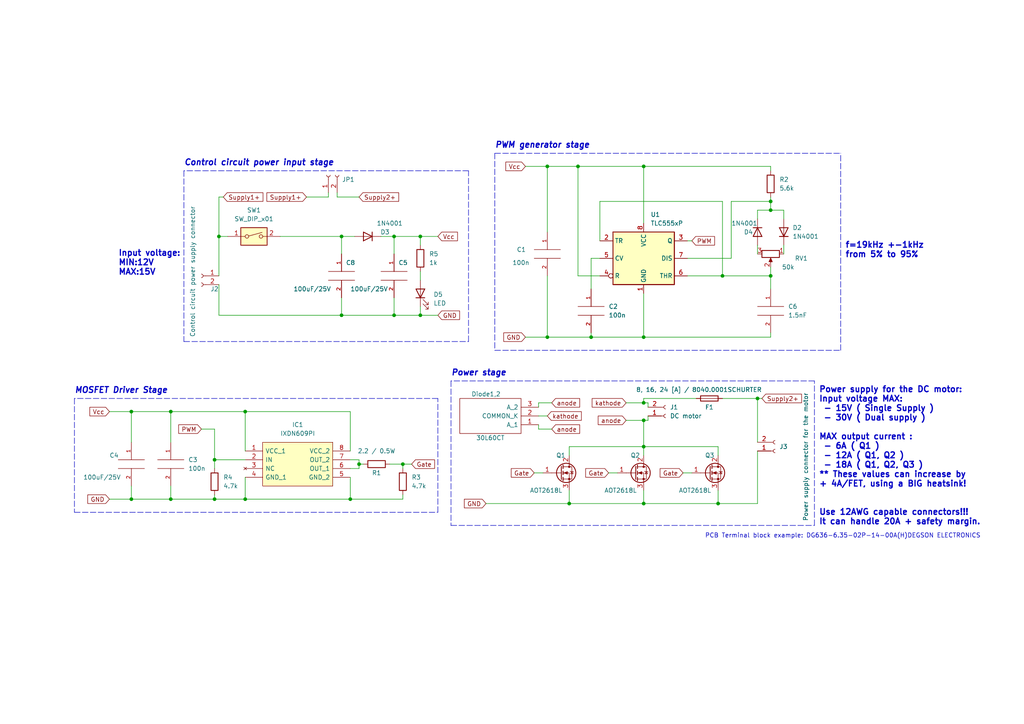
<source format=kicad_sch>
(kicad_sch (version 20211123) (generator eeschema)
  (paper "A4")
  (title_block (title "DC Motor Driver") (date "2022-11-10") (rev "3.0") (company "G.I.N."))
  (lib_symbols
    (symbol "Conn_01x02_Female_1" (pin_names (offset 1.016) hide)
      (property "Reference" "J1" (at 1.27 0 0))
      (property "Value" "Conn_01x02_Female_1" (at 1.27 -2.54 0))
      (symbol "Conn_01x02_Female_1_1_1"
        (arc (start 0 -2.032) (mid -0.508 -2.54) (end 0 -3.048) (stroke (width 0.1524)))
        (polyline (pts (xy -1.27 -2.54) (xy -0.508 -2.54)) (stroke (width 0.1524)))
        (polyline (pts (xy -1.27 0) (xy -0.508 0)) (stroke (width 0.1524)))
        (arc (start 0 0.508) (mid -0.508 0) (end 0 -0.508) (stroke (width 0.1524)))
        (pin passive line (at -5.08 -2.54 0) (length 3.81) (name "Pin_2") (number "1"))
        (pin passive line (at -5.08 0 0) (length 3.81) (name "Pin_1") (number "2"))
      )
    )
    (symbol "Conn_01x02_Female_2" (pin_names (offset 1.016) hide)
      (property "Reference" "J3" (at 1.27 -1.27 0))
      (property "Value" "Conn_01x02_Female_2" (at 8.89 -22.86 90))
      (symbol "Conn_01x02_Female_2_1_1"
        (arc (start 0 -2.032) (mid -0.508 -2.54) (end 0 -3.048) (stroke (width 0.1524)))
        (polyline (pts (xy -1.27 -2.54) (xy -0.508 -2.54)) (stroke (width 0.1524)))
        (polyline (pts (xy -1.27 0) (xy -0.508 0)) (stroke (width 0.1524)))
        (arc (start 0 0.508) (mid -0.508 0) (end 0 -0.508) (stroke (width 0.1524)))
        (pin passive line (at -5.08 -2.54 0) (length 3.81) (name "Pin_1") (number "1"))
        (pin passive line (at -5.08 0 0) (length 3.81) (name "Pin_2") (number "2"))
      )
    )
    (symbol "Conn_01x02_Female_3" (pin_names (offset 1.016) hide)
      (property "Reference" "J2" (at 2.54 6.35 0))
      (property "Value" "Conn_01x02_Female_3" (at 8.89 3.81 90))
      (symbol "Conn_01x02_Female_3_1_1"
        (arc (start 0 -2.032) (mid -0.508 -2.54) (end 0 -3.048) (stroke (width 0.1524)))
        (polyline (pts (xy -1.27 -2.54) (xy -0.508 -2.54)) (stroke (width 0.1524)))
        (polyline (pts (xy -1.27 0) (xy -0.508 0)) (stroke (width 0.1524)))
        (arc (start 0 0.508) (mid -0.508 0) (end 0 -0.508) (stroke (width 0.1524)))
        (pin passive line (at -5.08 -2.54 0) (length 3.81) (name "Pin_1") (number "1"))
        (pin passive line (at -5.08 0 0) (length 3.81) (name "Pin_2") (number "2"))
      )
    )
    (symbol "Connector:Conn_01x02_Female" (pin_names (offset 1.016) hide)
      (property "Reference" "J" (at 0 2.54 0))
      (property "Value" "Conn_01x02_Female" (at 0 -5.08 0))
      (symbol "Conn_01x02_Female_1_1"
        (arc (start 0 -2.032) (mid -0.508 -2.54) (end 0 -3.048) (stroke (width 0.1524)))
        (polyline (pts (xy -1.27 -2.54) (xy -0.508 -2.54)) (stroke (width 0.1524)))
        (polyline (pts (xy -1.27 0) (xy -0.508 0)) (stroke (width 0.1524)))
        (arc (start 0 0.508) (mid -0.508 0) (end 0 -0.508) (stroke (width 0.1524)))
        (pin passive line (at -5.08 0 0) (length 3.81) (name "Pin_1") (number "1"))
        (pin passive line (at -5.08 -2.54 0) (length 3.81) (name "Pin_2") (number "2"))
      )
    )
    (symbol "Device:Fuse" (pin_numbers hide) (pin_names (offset 0))
      (property "Reference" "F" (at 2.032 0 90))
      (property "Value" "Fuse" (at -1.905 0 90))
      (symbol "Fuse_0_1"
        (rectangle (start -0.762 -2.54) (end 0.762 2.54) (stroke (width 0.254)))
        (polyline (pts (xy 0 2.54) (xy 0 -2.54)))
      )
      (symbol "Fuse_1_1"
        (pin passive line (at 0 3.81 270) (length 1.27) (name "~") (number "1"))
        (pin passive line (at 0 -3.81 90) (length 1.27) (name "~") (number "2"))
      )
    )
    (symbol "Device:LED" (pin_numbers hide) (pin_names (offset 1.016) hide)
      (property "Reference" "D" (at 0 2.54 0))
      (property "Value" "LED" (at 0 -2.54 0))
      (symbol "LED_0_1"
        (polyline (pts (xy -1.27 -1.27) (xy -1.27 1.27)) (stroke (width 0.254)))
        (polyline (pts (xy -1.27 0) (xy 1.27 0)))
        (polyline (pts (xy 1.27 -1.27) (xy 1.27 1.27) (xy -1.27 0) (xy 1.27 -1.27)) (stroke (width 0.254)))
        (polyline (pts (xy -3.048 -0.762) (xy -4.572 -2.286) (xy -3.81 -2.286) (xy -4.572 -2.286) (xy -4.572 -1.524)))
        (polyline (pts (xy -1.778 -0.762) (xy -3.302 -2.286) (xy -2.54 -2.286) (xy -3.302 -2.286) (xy -3.302 -1.524)))
      )
      (symbol "LED_1_1"
        (pin passive line (at -3.81 0 0) (length 2.54) (name "K") (number "1"))
        (pin passive line (at 3.81 0 180) (length 2.54) (name "A") (number "2"))
      )
    )
    (symbol "Device:Q_NMOS_DGS" (pin_names (offset 0) hide)
      (property "Reference" "Q3" (at -1.27 5.08 0))
      (property "Value" "AOT2618L" (at -8.89 -5.08 0))
      (symbol "Q_NMOS_DGS_0_1"
        (polyline (pts (xy 0.254 0) (xy -2.54 0)))
        (polyline (pts (xy 0.254 1.905) (xy 0.254 -1.905)) (stroke (width 0.254)))
        (polyline (pts (xy 0.762 -1.27) (xy 0.762 -2.286)) (stroke (width 0.254)))
        (polyline (pts (xy 0.762 0.508) (xy 0.762 -0.508)) (stroke (width 0.254)))
        (polyline (pts (xy 0.762 2.286) (xy 0.762 1.27)) (stroke (width 0.254)))
        (polyline (pts (xy 2.54 2.54) (xy 2.54 1.778)))
        (polyline (pts (xy 2.54 -2.54) (xy 2.54 0) (xy 0.762 0)))
        (polyline (pts (xy 0.762 -1.778) (xy 3.302 -1.778) (xy 3.302 1.778) (xy 0.762 1.778)))
        (polyline (pts (xy 1.016 0) (xy 2.032 0.381) (xy 2.032 -0.381) (xy 1.016 0)) (fill (type outline)))
        (polyline (pts (xy 2.794 0.508) (xy 2.921 0.381) (xy 3.683 0.381) (xy 3.81 0.254)))
        (polyline (pts (xy 3.302 0.381) (xy 2.921 -0.254) (xy 3.683 -0.254) (xy 3.302 0.381)))
        (circle (center 1.651 0) (radius 2.794) (stroke (width 0.254)))
        (circle (center 2.54 -1.778) (radius 0.254) (fill (type outline)))
        (circle (center 2.54 1.778) (radius 0.254) (fill (type outline)))
      )
      (symbol "Q_NMOS_DGS_1_1"
        (pin input line (at -5.08 0 0) (length 2.54) (name "G") (number "1"))
        (pin passive line (at 2.54 5.08 270) (length 2.54) (name "D") (number "2"))
        (pin passive line (at 2.54 -5.08 90) (length 2.54) (name "S") (number "3"))
      )
    )
    (symbol "Device:R" (pin_numbers hide) (pin_names (offset 0))
      (property "Reference" "R" (at 2.032 0 90))
      (property "Value" "R" (at 0 0 90))
      (symbol "R_0_1"
        (rectangle (start -1.016 -2.54) (end 1.016 2.54) (stroke (width 0.254)))
      )
      (symbol "R_1_1"
        (pin passive line (at 0 3.81 270) (length 1.27) (name "~") (number "1"))
        (pin passive line (at 0 -3.81 90) (length 1.27) (name "~") (number "2"))
      )
    )
    (symbol "Device:R_Potentiometer" (pin_names (offset 1.016) hide)
      (property "Reference" "RV" (at -4.445 0 90))
      (property "Value" "R_Potentiometer" (at -2.54 0 90))
      (symbol "R_Potentiometer_0_1"
        (polyline (pts (xy 2.54 0) (xy 1.524 0)))
        (polyline (pts (xy 1.143 0) (xy 2.286 0.508) (xy 2.286 -0.508) (xy 1.143 0)) (fill (type outline)))
        (rectangle (start 1.016 2.54) (end -1.016 -2.54) (stroke (width 0.254)))
      )
      (symbol "R_Potentiometer_1_1"
        (pin passive line (at 0 3.81 270) (length 1.27) (name "1") (number "1"))
        (pin passive line (at 3.81 0 180) (length 1.27) (name "2") (number "2"))
        (pin passive line (at 0 -3.81 90) (length 1.27) (name "3") (number "3"))
      )
    )
    (symbol "Diode:1N4001" (pin_numbers hide) (pin_names hide)
      (property "Reference" "D" (at 0 2.54 0))
      (property "Value" "1N4001" (at 0 -2.54 0))
      (symbol "1N4001_0_1"
        (polyline (pts (xy -1.27 1.27) (xy -1.27 -1.27)) (stroke (width 0.254)))
        (polyline (pts (xy 1.27 0) (xy -1.27 0)))
        (polyline (pts (xy 1.27 1.27) (xy 1.27 -1.27) (xy -1.27 0) (xy 1.27 1.27)) (stroke (width 0.254)))
      )
      (symbol "1N4001_1_1"
        (pin passive line (at -3.81 0 0) (length 2.54) (name "K") (number "1"))
        (pin passive line (at 3.81 0 180) (length 2.54) (name "A") (number "2"))
      )
    )
    (symbol "IXDN609PI:IXDN609PI" (pin_names (offset 0.762))
      (property "Reference" "IC1" (at 15.24 7.62 0))
      (property "Value" "IXDN609PI" (at 15.24 5.08 0))
      (symbol "IXDN609PI_0_0"
        (pin passive line (at 0 0 0) (length 5.08) (name "VCC_1") (number "1"))
        (pin passive line (at 0 -2.54 0) (length 5.08) (name "IN") (number "2"))
        (pin no_connect line (at 0 -5.08 0) (length 5.08) (name "NC") (number "3"))
        (pin passive line (at 0 -7.62 0) (length 5.08) (name "GND_1") (number "4"))
        (pin passive line (at 30.48 -7.62 180) (length 5.08) (name "GND_2") (number "5"))
        (pin passive line (at 30.48 -5.08 180) (length 5.08) (name "OUT_1") (number "6"))
        (pin passive line (at 30.48 -2.54 180) (length 5.08) (name "OUT_2") (number "7"))
        (pin passive line (at 30.48 0 180) (length 5.08) (name "VCC_2") (number "8"))
      )
      (symbol "IXDN609PI_0_1"
        (polyline (pts (xy 5.08 2.54) (xy 25.4 2.54) (xy 25.4 -10.16) (xy 5.08 -10.16) (xy 5.08 2.54)) (stroke (width 0.1524)) (fill (type background)))
      )
    )
    (symbol "MBRF10200CT:MBRF10200CT" (pin_names (offset 0.762))
      (property "Reference" "F" (at 24.13 7.62 0))
      (property "Value" "MBRF10200CT" (at 24.13 5.08 0))
      (symbol "MBRF10200CT_0_0"
        (pin passive line (at 0 0 0) (length 5.08) (name "A_1") (number "1"))
        (pin passive line (at 0 -2.54 0) (length 5.08) (name "COMMON_K") (number "2"))
        (pin passive line (at 0 -5.08 0) (length 5.08) (name "A_2") (number "3"))
      )
      (symbol "MBRF10200CT_0_1"
        (polyline (pts (xy 5.08 2.54) (xy 22.86 2.54) (xy 22.86 -7.62) (xy 5.08 -7.62) (xy 5.08 2.54)) (stroke (width 0.1524)))
      )
    )
    (symbol "Q_NMOS_DGS_1" (pin_names (offset 0) hide)
      (property "Reference" "Q1" (at -1.27 5.08 0))
      (property "Value" "AOT2618L" (at -8.89 -5.08 0))
      (symbol "Q_NMOS_DGS_1_0_1"
        (polyline (pts (xy 0.254 0) (xy -2.54 0)))
        (polyline (pts (xy 0.254 1.905) (xy 0.254 -1.905)) (stroke (width 0.254)))
        (polyline (pts (xy 0.762 -1.27) (xy 0.762 -2.286)) (stroke (width 0.254)))
        (polyline (pts (xy 0.762 0.508) (xy 0.762 -0.508)) (stroke (width 0.254)))
        (polyline (pts (xy 0.762 2.286) (xy 0.762 1.27)) (stroke (width 0.254)))
        (polyline (pts (xy 2.54 2.54) (xy 2.54 1.778)))
        (polyline (pts (xy 2.54 -2.54) (xy 2.54 0) (xy 0.762 0)))
        (polyline (pts (xy 0.762 -1.778) (xy 3.302 -1.778) (xy 3.302 1.778) (xy 0.762 1.778)))
        (polyline (pts (xy 1.016 0) (xy 2.032 0.381) (xy 2.032 -0.381) (xy 1.016 0)) (fill (type outline)))
        (polyline (pts (xy 2.794 0.508) (xy 2.921 0.381) (xy 3.683 0.381) (xy 3.81 0.254)))
        (polyline (pts (xy 3.302 0.381) (xy 2.921 -0.254) (xy 3.683 -0.254) (xy 3.302 0.381)))
        (circle (center 1.651 0) (radius 2.794) (stroke (width 0.254)))
        (circle (center 2.54 -1.778) (radius 0.254) (fill (type outline)))
        (circle (center 2.54 1.778) (radius 0.254) (fill (type outline)))
      )
      (symbol "Q_NMOS_DGS_1_1_1"
        (pin input line (at -5.08 0 0) (length 2.54) (name "G") (number "1"))
        (pin passive line (at 2.54 5.08 270) (length 2.54) (name "D") (number "2"))
        (pin passive line (at 2.54 -5.08 90) (length 2.54) (name "S") (number "3"))
      )
    )
    (symbol "Q_NMOS_DGS_2" (pin_names (offset 0) hide)
      (property "Reference" "Q2" (at -1.27 5.08 0))
      (property "Value" "Q_NMOS_DGS_2" (at -8.89 -5.08 0))
      (symbol "Q_NMOS_DGS_2_0_1"
        (polyline (pts (xy 0.254 0) (xy -2.54 0)))
        (polyline (pts (xy 0.254 1.905) (xy 0.254 -1.905)) (stroke (width 0.254)))
        (polyline (pts (xy 0.762 -1.27) (xy 0.762 -2.286)) (stroke (width 0.254)))
        (polyline (pts (xy 0.762 0.508) (xy 0.762 -0.508)) (stroke (width 0.254)))
        (polyline (pts (xy 0.762 2.286) (xy 0.762 1.27)) (stroke (width 0.254)))
        (polyline (pts (xy 2.54 2.54) (xy 2.54 1.778)))
        (polyline (pts (xy 2.54 -2.54) (xy 2.54 0) (xy 0.762 0)))
        (polyline (pts (xy 0.762 -1.778) (xy 3.302 -1.778) (xy 3.302 1.778) (xy 0.762 1.778)))
        (polyline (pts (xy 1.016 0) (xy 2.032 0.381) (xy 2.032 -0.381) (xy 1.016 0)) (fill (type outline)))
        (polyline (pts (xy 2.794 0.508) (xy 2.921 0.381) (xy 3.683 0.381) (xy 3.81 0.254)))
        (polyline (pts (xy 3.302 0.381) (xy 2.921 -0.254) (xy 3.683 -0.254) (xy 3.302 0.381)))
        (circle (center 1.651 0) (radius 2.794) (stroke (width 0.254)))
        (circle (center 2.54 -1.778) (radius 0.254) (fill (type outline)))
        (circle (center 2.54 1.778) (radius 0.254) (fill (type outline)))
      )
      (symbol "Q_NMOS_DGS_2_1_1"
        (pin input line (at -5.08 0 0) (length 2.54) (name "G") (number "1"))
        (pin passive line (at 2.54 5.08 270) (length 2.54) (name "D") (number "2"))
        (pin passive line (at 2.54 -5.08 90) (length 2.54) (name "S") (number "3"))
      )
    )
    (symbol "Switch:SW_DIP_x01" (pin_names (offset 0) hide)
      (property "Reference" "SW" (at 0 3.81 0))
      (property "Value" "SW_DIP_x01" (at 0 -3.81 0))
      (symbol "SW_DIP_x01_0_0"
        (circle (center -2.032 0) (radius 0.508))
        (polyline (pts (xy -1.524 0.127) (xy 2.3622 1.1684)))
        (circle (center 2.032 0) (radius 0.508))
      )
      (symbol "SW_DIP_x01_0_1"
        (rectangle (start -3.81 2.54) (end 3.81 -2.54) (stroke (width 0.254)) (fill (type background)))
      )
      (symbol "SW_DIP_x01_1_1"
        (pin passive line (at -7.62 0 0) (length 5.08) (name "~") (number "1"))
        (pin passive line (at 7.62 0 180) (length 5.08) (name "~") (number "2"))
      )
    )
    (symbol "Timer:TLC555xP"
      (property "Reference" "U" (at -10.16 8.89 0))
      (property "Value" "TLC555xP" (at 2.54 8.89 0))
      (symbol "TLC555xP_0_0"
        (pin power_in line (at 0 -10.16 90) (length 2.54) (name "GND") (number "1"))
        (pin power_in line (at 0 10.16 270) (length 2.54) (name "VCC") (number "8"))
      )
      (symbol "TLC555xP_0_1"
        (rectangle (start -8.89 -7.62) (end 8.89 7.62) (stroke (width 0.254)) (fill (type background)))
        (rectangle (start -8.89 -7.62) (end 8.89 7.62) (stroke (width 0.254)) (fill (type background)))
      )
      (symbol "TLC555xP_1_1"
        (pin input line (at -12.7 5.08 0) (length 3.81) (name "TR") (number "2"))
        (pin output line (at 12.7 5.08 180) (length 3.81) (name "Q") (number "3"))
        (pin input inverted (at -12.7 -5.08 0) (length 3.81) (name "R") (number "4"))
        (pin input line (at -12.7 0 0) (length 3.81) (name "CV") (number "5"))
        (pin input line (at 12.7 -5.08 180) (length 3.81) (name "THR") (number "6"))
        (pin input line (at 12.7 0 180) (length 3.81) (name "DIS") (number "7"))
      )
    )
    (symbol "pspice:C" (pin_names (offset 0.254))
      (property "Reference" "C" (at 2.54 3.81 90))
      (property "Value" "C" (at 2.54 -3.81 90))
      (symbol "C_0_1"
        (polyline (pts (xy -3.81 -1.27) (xy 3.81 -1.27)))
        (polyline (pts (xy -3.81 1.27) (xy 3.81 1.27)))
      )
      (symbol "C_1_1"
        (pin passive line (at 0 6.35 270) (length 5.08) (name "~") (number "1"))
        (pin passive line (at 0 -6.35 90) (length 5.08) (name "~") (number "2"))
      )
    )
  )
  (junction (at 38.1 119.38))
  (junction (at 101.6 144.78))
  (junction (at 186.69 97.79))
  (junction (at 165.1 146.05))
  (junction (at 38.1 144.78))
  (junction (at 63.5 68.58))
  (junction (at 186.69 146.05))
  (junction (at 121.92 68.58))
  (junction (at 186.69 48.26))
  (junction (at 186.69 129.54))
  (junction (at 62.23 133.35))
  (junction (at 219.71 115.57))
  (junction (at 209.55 80.01))
  (junction (at 104.14 134.62))
  (junction (at 49.53 144.78))
  (junction (at 114.3 91.44))
  (junction (at 186.69 121.92))
  (junction (at 114.3 68.58))
  (junction (at 71.12 144.78))
  (junction (at 158.75 97.79))
  (junction (at 99.06 68.58))
  (junction (at 223.52 80.01))
  (junction (at 223.52 58.42))
  (junction (at 158.75 48.26))
  (junction (at 121.92 91.44))
  (junction (at 116.84 134.62))
  (junction (at 167.64 48.26))
  (junction (at 49.53 119.38))
  (junction (at 186.69 116.84))
  (junction (at 71.12 119.38))
  (junction (at 62.23 144.78))
  (junction (at 208.28 146.05))
  (junction (at 99.06 91.44))
  (junction (at 171.45 97.79))
  (junction (at 223.52 60.96))
  (wire (pts (xy 114.3 91.44) (xy 121.92 91.44)))
  (wire (pts (xy 208.28 129.54) (xy 208.28 132.08)))
  (wire (pts (xy 186.69 146.05) (xy 165.1 146.05)))
  (wire (pts (xy 99.06 68.58) (xy 102.87 68.58)))
  (wire (pts (xy 101.6 144.78) (xy 101.6 138.43)))
  (wire (pts (xy 208.28 142.24) (xy 208.28 146.05)))
  (wire (pts (xy 99.06 91.44) (xy 114.3 91.44)))
  (polyline (pts (xy 127 148.59) (xy 127 115.57)))
  (wire (pts (xy 199.39 80.01) (xy 209.55 80.01)))
  (wire (pts (xy 140.97 146.05) (xy 165.1 146.05)))
  (polyline (pts (xy 127 115.57) (xy 21.59 115.57)))
  (wire (pts (xy 62.23 133.35) (xy 62.23 124.46)))
  (wire (pts (xy 173.99 58.42) (xy 209.55 58.42)))
  (wire (pts (xy 186.69 115.57) (xy 201.93 115.57)))
  (wire (pts (xy 173.99 69.85) (xy 173.99 58.42)))
  (wire (pts (xy 219.71 60.96) (xy 223.52 60.96)))
  (wire (pts (xy 186.69 48.26) (xy 186.69 64.77)))
  (wire (pts (xy 62.23 143.51) (xy 62.23 144.78)))
  (wire (pts (xy 71.12 119.38) (xy 101.6 119.38)))
  (wire (pts (xy 121.92 91.44) (xy 127 91.44)))
  (wire (pts (xy 187.96 116.84) (xy 187.96 118.11)))
  (wire (pts (xy 199.39 74.93) (xy 212.09 74.93)))
  (wire (pts (xy 113.03 134.62) (xy 116.84 134.62)))
  (wire (pts (xy 181.61 116.84) (xy 186.69 116.84)))
  (polyline (pts (xy 135.89 49.53) (xy 53.34 49.53)))
  (wire (pts (xy 186.69 85.09) (xy 186.69 97.79)))
  (wire (pts (xy 49.53 144.78) (xy 62.23 144.78)))
  (wire (pts (xy 64.77 57.15) (xy 63.5 57.15)))
  (wire (pts (xy 212.09 58.42) (xy 223.52 58.42)))
  (wire (pts (xy 171.45 74.93) (xy 173.99 74.93)))
  (wire (pts (xy 186.69 48.26) (xy 223.52 48.26)))
  (wire (pts (xy 38.1 140.97) (xy 38.1 144.78)))
  (wire (pts (xy 198.12 137.16) (xy 200.66 137.16)))
  (wire (pts (xy 186.69 115.57) (xy 186.69 116.84)))
  (wire (pts (xy 31.75 119.38) (xy 38.1 119.38)))
  (wire (pts (xy 97.79 55.88) (xy 97.79 57.15)))
  (wire (pts (xy 71.12 144.78) (xy 101.6 144.78)))
  (wire (pts (xy 63.5 80.01) (xy 63.5 68.58)))
  (wire (pts (xy 209.55 115.57) (xy 219.71 115.57)))
  (wire (pts (xy 223.52 48.26) (xy 223.52 49.53)))
  (wire (pts (xy 186.69 121.92) (xy 187.96 121.92)))
  (wire (pts (xy 88.9 57.15) (xy 95.25 57.15)))
  (wire (pts (xy 160.02 124.46) (xy 156.21 124.46)))
  (wire (pts (xy 223.52 58.42) (xy 223.52 60.96)))
  (polyline (pts (xy 236.22 152.4) (xy 236.22 110.49)))
  (polyline (pts (xy 143.51 44.45) (xy 143.51 101.6)))
  (wire (pts (xy 99.06 68.58) (xy 99.06 73.66)))
  (wire (pts (xy 160.02 116.84) (xy 156.21 116.84)))
  (wire (pts (xy 49.53 119.38) (xy 49.53 128.27)))
  (wire (pts (xy 38.1 119.38) (xy 49.53 119.38)))
  (wire (pts (xy 110.49 68.58) (xy 114.3 68.58)))
  (wire (pts (xy 104.14 133.35) (xy 104.14 134.62)))
  (wire (pts (xy 186.69 116.84) (xy 187.96 116.84)))
  (wire (pts (xy 114.3 68.58) (xy 114.3 73.66)))
  (wire (pts (xy 167.64 48.26) (xy 186.69 48.26)))
  (wire (pts (xy 219.71 130.81) (xy 219.71 146.05)))
  (wire (pts (xy 101.6 144.78) (xy 116.84 144.78)))
  (wire (pts (xy 121.92 68.58) (xy 127 68.58)))
  (wire (pts (xy 99.06 86.36) (xy 99.06 91.44)))
  (wire (pts (xy 223.52 77.47) (xy 223.52 80.01)))
  (wire (pts (xy 116.84 144.78) (xy 116.84 143.51)))
  (wire (pts (xy 62.23 135.89) (xy 62.23 133.35)))
  (wire (pts (xy 171.45 83.82) (xy 171.45 74.93)))
  (wire (pts (xy 158.75 48.26) (xy 167.64 48.26)))
  (wire (pts (xy 49.53 119.38) (xy 71.12 119.38)))
  (wire (pts (xy 62.23 144.78) (xy 71.12 144.78)))
  (wire (pts (xy 158.75 48.26) (xy 158.75 67.31)))
  (wire (pts (xy 186.69 121.92) (xy 186.69 129.54)))
  (wire (pts (xy 31.75 144.78) (xy 38.1 144.78)))
  (wire (pts (xy 158.75 97.79) (xy 171.45 97.79)))
  (wire (pts (xy 154.94 137.16) (xy 157.48 137.16)))
  (wire (pts (xy 38.1 119.38) (xy 38.1 128.27)))
  (wire (pts (xy 223.52 60.96) (xy 227.33 60.96)))
  (wire (pts (xy 199.39 69.85) (xy 200.66 69.85)))
  (polyline (pts (xy 135.89 99.06) (xy 135.89 49.53)))
  (wire (pts (xy 156.21 120.65) (xy 158.75 120.65)))
  (polyline (pts (xy 130.81 110.49) (xy 130.81 152.4)))
  (wire (pts (xy 219.71 63.5) (xy 219.71 60.96)))
  (wire (pts (xy 208.28 146.05) (xy 219.71 146.05)))
  (wire (pts (xy 165.1 142.24) (xy 165.1 146.05)))
  (wire (pts (xy 97.79 57.15) (xy 104.14 57.15)))
  (wire (pts (xy 171.45 97.79) (xy 186.69 97.79)))
  (wire (pts (xy 227.33 71.12) (xy 227.33 73.66)))
  (polyline (pts (xy 243.84 101.6) (xy 243.84 44.45)))
  (wire (pts (xy 219.71 115.57) (xy 219.71 128.27)))
  (polyline (pts (xy 53.34 99.06) (xy 135.89 99.06)))
  (wire (pts (xy 220.98 115.57) (xy 219.71 115.57)))
  (wire (pts (xy 176.53 137.16) (xy 179.07 137.16)))
  (wire (pts (xy 49.53 140.97) (xy 49.53 144.78)))
  (wire (pts (xy 116.84 134.62) (xy 116.84 135.89)))
  (wire (pts (xy 63.5 68.58) (xy 66.04 68.58)))
  (wire (pts (xy 101.6 119.38) (xy 101.6 130.81)))
  (wire (pts (xy 38.1 144.78) (xy 49.53 144.78)))
  (wire (pts (xy 62.23 133.35) (xy 71.12 133.35)))
  (wire (pts (xy 62.23 124.46) (xy 58.42 124.46)))
  (wire (pts (xy 104.14 134.62) (xy 105.41 134.62)))
  (polyline (pts (xy 236.22 110.49) (xy 130.81 110.49)))
  (wire (pts (xy 186.69 129.54) (xy 186.69 132.08)))
  (wire (pts (xy 173.99 80.01) (xy 167.64 80.01)))
  (wire (pts (xy 71.12 138.43) (xy 71.12 144.78)))
  (wire (pts (xy 121.92 78.74) (xy 121.92 81.28)))
  (polyline (pts (xy 143.51 44.45) (xy 243.84 44.45)))
  (wire (pts (xy 156.21 123.19) (xy 156.21 124.46)))
  (wire (pts (xy 121.92 91.44) (xy 121.92 88.9)))
  (polyline (pts (xy 21.59 115.57) (xy 21.59 148.59)))
  (wire (pts (xy 167.64 80.01) (xy 167.64 48.26)))
  (wire (pts (xy 209.55 80.01) (xy 223.52 80.01)))
  (wire (pts (xy 186.69 129.54) (xy 208.28 129.54)))
  (wire (pts (xy 219.71 71.12) (xy 219.71 73.66)))
  (wire (pts (xy 114.3 68.58) (xy 121.92 68.58)))
  (wire (pts (xy 104.14 134.62) (xy 104.14 135.89)))
  (wire (pts (xy 121.92 68.58) (xy 121.92 71.12)))
  (wire (pts (xy 81.28 68.58) (xy 99.06 68.58)))
  (polyline (pts (xy 53.34 49.53) (xy 53.34 99.06)))
  (wire (pts (xy 63.5 91.44) (xy 63.5 82.55)))
  (wire (pts (xy 101.6 135.89) (xy 104.14 135.89)))
  (wire (pts (xy 208.28 146.05) (xy 186.69 146.05)))
  (wire (pts (xy 165.1 132.08) (xy 165.1 129.54)))
  (wire (pts (xy 165.1 129.54) (xy 186.69 129.54)))
  (wire (pts (xy 114.3 86.36) (xy 114.3 91.44)))
  (wire (pts (xy 95.25 55.88) (xy 95.25 57.15)))
  (wire (pts (xy 186.69 97.79) (xy 223.52 97.79)))
  (wire (pts (xy 223.52 80.01) (xy 223.52 83.82)))
  (wire (pts (xy 223.52 57.15) (xy 223.52 58.42)))
  (polyline (pts (xy 21.59 148.59) (xy 127 148.59)))
  (polyline (pts (xy 130.81 152.4) (xy 236.22 152.4)))
  (wire (pts (xy 63.5 91.44) (xy 99.06 91.44)))
  (wire (pts (xy 63.5 57.15) (xy 63.5 68.58)))
  (wire (pts (xy 209.55 58.42) (xy 209.55 80.01)))
  (polyline (pts (xy 143.51 101.6) (xy 243.84 101.6)))
  (wire (pts (xy 181.61 121.92) (xy 186.69 121.92)))
  (wire (pts (xy 152.4 48.26) (xy 158.75 48.26)))
  (wire (pts (xy 223.52 97.79) (xy 223.52 96.52)))
  (wire (pts (xy 152.4 97.79) (xy 158.75 97.79)))
  (wire (pts (xy 227.33 60.96) (xy 227.33 63.5)))
  (wire (pts (xy 171.45 96.52) (xy 171.45 97.79)))
  (wire (pts (xy 186.69 142.24) (xy 186.69 146.05)))
  (wire (pts (xy 212.09 58.42) (xy 212.09 74.93)))
  (wire (pts (xy 116.84 134.62) (xy 119.38 134.62)))
  (wire (pts (xy 156.21 116.84) (xy 156.21 118.11)))
  (wire (pts (xy 101.6 133.35) (xy 104.14 133.35)))
  (wire (pts (xy 187.96 120.65) (xy 187.96 121.92)))
  (wire (pts (xy 71.12 119.38) (xy 71.12 130.81)))
  (wire (pts (xy 158.75 80.01) (xy 158.75 97.79)))
  (text "Input voltage: \nMIN:12V\nMAX:15V" (at 34.29 80.01 0) (effects (font (size 1.7 1.7) (thickness 0.34) bold) (justify left bottom)))
  (text "PWM generator stage\n" (at 143.51 43.18 0) (effects (font (size 1.7 1.7) (thickness 0.34) bold italic) (justify left bottom)))
  (text "Control circuit power input stage\n" (at 53.34 48.26 0) (effects (font (size 1.7 1.7) (thickness 0.34) bold italic) (justify left bottom)))
  (text "Power supply for the DC motor:\nInput voltage MAX: \n - 15V ( Single Supply )\n - 30V ( Dual supply )\n\nMAX output current :\n - 6A ( Q1 )\n - 12A ( Q1, Q2 )\n - 18A ( Q1, Q2, Q3 )\n** These values can increase by\n+ 4A/FET, using a BIG heatsink!\n\n\nUse 12AWG capable connectors!!!\nIt can handle 20A + safety margin." (at 237.49 152.4 0) (effects (font (size 1.7 1.7) (thickness 0.34) bold) (justify left bottom)))
  (text "MOSFET Driver Stage" (at 21.59 114.3 0) (effects (font (size 1.7 1.7) (thickness 0.34) bold italic) (justify left bottom)))
  (text "f=19kHz +-1kHz\nfrom 5% to 95%" (at 245.11 74.93 0) (effects (font (size 1.7 1.7) (thickness 0.34) bold) (justify left bottom)))
  (text "Power stage\n" (at 130.81 109.22 0) (effects (font (size 1.7 1.7) (thickness 0.34) bold italic) (justify left bottom)))
  (text "PCB Terminal block example: DG636-6.35-02P-14-00A(H)DEGSON ELECTRONICS" (at 204.47 156.21 0) (effects (font (size 1.27 1.27)) (justify left bottom)))
  (global_label "Vcc" (shape input) (at 127 68.58 0) (property "Intersheet References" "${INTERSHEET_REFS}" (effects hide)))
  (global_label "kathode" (shape input) (at 181.61 116.84 180) (property "Intersheet References" "${INTERSHEET_REFS}" (effects hide)))
  (global_label "Vcc" (shape input) (at 152.4 48.26 180) (property "Intersheet References" "${INTERSHEET_REFS}" (effects hide)))
  (global_label "PWM" (shape input) (at 200.66 69.85 0) (property "Intersheet References" "${INTERSHEET_REFS}" (effects hide)))
  (global_label "Supply1+" (shape input) (at 88.9 57.15 180) (property "Intersheet References" "${INTERSHEET_REFS}" (effects hide)))
  (global_label "anode" (shape input) (at 181.61 121.92 180) (property "Intersheet References" "${INTERSHEET_REFS}" (effects hide)))
  (global_label "GND" (shape input) (at 127 91.44 0) (property "Intersheet References" "${INTERSHEET_REFS}" (effects hide)))
  (global_label "GND" (shape input) (at 152.4 97.79 180) (property "Intersheet References" "${INTERSHEET_REFS}" (effects hide)))
  (global_label "Supply2+" (shape input) (at 104.14 57.15 0) (property "Intersheet References" "${INTERSHEET_REFS}" (effects hide)))
  (global_label "GND" (shape input) (at 31.75 144.78 180) (property "Intersheet References" "${INTERSHEET_REFS}" (effects hide)))
  (global_label "Gate" (shape input) (at 119.38 134.62 0) (property "Intersheet References" "${INTERSHEET_REFS}" (effects hide)))
  (global_label "Gate" (shape input) (at 154.94 137.16 180) (property "Intersheet References" "${INTERSHEET_REFS}" (effects hide)))
  (global_label "GND" (shape input) (at 140.97 146.05 180) (property "Intersheet References" "${INTERSHEET_REFS}" (effects hide)))
  (global_label "Vcc" (shape input) (at 31.75 119.38 180) (property "Intersheet References" "${INTERSHEET_REFS}" (effects hide)))
  (global_label "Supply1+" (shape input) (at 64.77 57.15 0) (property "Intersheet References" "${INTERSHEET_REFS}" (effects hide)))
  (global_label "Gate" (shape input) (at 198.12 137.16 180) (property "Intersheet References" "${INTERSHEET_REFS}" (effects hide)))
  (global_label "anode" (shape input) (at 160.02 116.84 0) (property "Intersheet References" "${INTERSHEET_REFS}" (effects hide)))
  (global_label "anode" (shape input) (at 160.02 124.46 0) (property "Intersheet References" "${INTERSHEET_REFS}" (effects hide)))
  (global_label "Gate" (shape input) (at 176.53 137.16 180) (property "Intersheet References" "${INTERSHEET_REFS}" (effects hide)))
  (global_label "Supply2+" (shape input) (at 220.98 115.57 0) (property "Intersheet References" "${INTERSHEET_REFS}" (effects hide)))
  (global_label "kathode" (shape input) (at 158.75 120.65 0) (property "Intersheet References" "${INTERSHEET_REFS}" (effects hide)))
  (global_label "PWM" (shape input) (at 58.42 124.46 180) (property "Intersheet References" "${INTERSHEET_REFS}" (effects hide)))
  (symbol (lib_id "Device:R") (at 116.84 139.7 0) (unit 1)
    (property "Reference" "R3" (at 119.38 138.4299 0) (effects (justify left)))
    (property "Value" "4.7k" (at 119.38 140.9699 0) (effects (justify left)))
    (property "Footprint" "Resistor_THT:R_Axial_DIN0204_L3.6mm_D1.6mm_P7.62mm_Horizontal" (effects hide))
  )
  (symbol (lib_id "IXDN609PI:IXDN609PI") (at 71.12 130.81 0) (unit 1)
    (property "Reference" "IC1" (at 86.36 123.19 0))
    (property "Value" "IXDN609PI" (at 86.36 125.73 0))
    (property "Footprint" "Package_DIP:DIP-8_W7.62mm" (effects hide))
    (property "Datasheet" "http://www.ixysic.com/home/pdfs.nsf/www/IXD_609.pdf/$file/IXD_609.pdf" (effects hide))
    (property "Description" "Gate Drivers 9-Ampere Low-Side Ultrafast MOSFET" (effects hide))
    (property "Height" "4.064" (effects hide))
    (property "Manufacturer_Name" "LITTELFUSE" (effects hide))
    (property "Manufacturer_Part_Number" "IXDN609PI" (effects hide))
    (property "Mouser Part Number" "849-IXDN609PI" (effects hide))
    (property "Mouser Price/Stock" "https://www.mouser.co.uk/ProductDetail/IXYS-Integrated-Circuits/IXDN609PI?qs=8uBHJDVwVqxYtGF1oyTFaw%3D%3D" (effects hide))
    (property "Arrow Part Number" "IXDN609PI" (effects hide))
    (property "Arrow Price/Stock" "https://www.arrow.com/en/products/ixdn609pi/littelfuse?region=nac" (effects hide))
  )
  (symbol (lib_id "Diode:1N4001") (at 227.33 67.31 90) (unit 1)
    (property "Reference" "D2" (at 229.87 66.0399 90) (effects (justify right)))
    (property "Value" "1N4001" (at 229.87 68.5799 90) (effects (justify right)))
    (property "Footprint" "Diode_THT:D_DO-41_SOD81_P10.16mm_Horizontal" (effects hide))
    (property "Datasheet" "http://www.vishay.com/docs/88503/1n4001.pdf" (effects hide))
  )
  (symbol (lib_id "Diode:1N4001") (at 219.71 67.31 270) (unit 1)
    (property "Reference" "D4" (at 218.44 67.31 90) (effects (justify right)))
    (property "Value" "1N4001" (at 219.71 64.77 90) (effects (justify right)))
    (property "Footprint" "Diode_THT:D_DO-41_SOD81_P10.16mm_Horizontal" (effects hide))
    (property "Datasheet" "http://www.vishay.com/docs/88503/1n4001.pdf" (effects hide))
  )
  (symbol (lib_id "pspice:C") (at 171.45 90.17 0) (unit 1)
    (property "Reference" "C2" (at 176.53 88.8999 0) (effects (justify left)))
    (property "Value" "100n" (at 176.53 91.4399 0) (effects (justify left)))
    (property "Footprint" "Capacitor_THT:C_Rect_L7.2mm_W2.5mm_P5.00mm_FKS2_FKP2_MKS2_MKP2" (effects hide))
  )
  (symbol (lib_id "pspice:C") (at 223.52 90.17 0) (unit 1)
    (property "Reference" "C6" (at 228.6 88.8999 0) (effects (justify left)))
    (property "Value" "1.5nF" (at 228.6 91.4399 0) (effects (justify left)))
    (property "Footprint" "Capacitor_THT:C_Rect_L7.2mm_W2.5mm_P5.00mm_FKS2_FKP2_MKS2_MKP2" (effects hide))
  )
  (symbol (lib_id "Switch:SW_DIP_x01") (at 73.66 68.58 0) (unit 1)
    (property "Reference" "SW1" (at 73.66 60.96 0))
    (property "Value" "SW_DIP_x01" (at 73.66 63.5 0))
    (property "Footprint" "Connector_JST:JST_NV_B02P-NV_1x02_P5.00mm_Vertical" (effects hide))
  )
  (symbol (lib_id "Device:R_Potentiometer") (at 223.52 73.66 270) (unit 1)
    (property "Reference" "RV1" (at 232.41 74.93 90))
    (property "Value" "50k" (at 228.6 77.47 90))
    (property "Footprint" "Potentiometer_THT:Potentiometer_Piher_T-16H_Single_Horizontal" (effects hide))
  )
  (symbol (lib_name "Q_NMOS_DGS_2") (lib_id "Device:Q_NMOS_DGS") (at 184.15 137.16 0) (unit 1)
    (property "Reference" "Q2" (at 182.88 132.08 0) (effects (justify left)))
    (property "Value" "AOT2618L" (at 175.26 142.24 0) (effects (justify left)))
    (property "Footprint" "Package_TO_SOT_THT:TO-220-3_Vertical" (effects hide))
  )
  (symbol (lib_id "Device:Q_NMOS_DGS") (at 205.74 137.16 0) (unit 1)
    (property "Reference" "Q3" (at 204.47 132.08 0) (effects (justify left)))
    (property "Value" "AOT2618L" (at 196.85 142.24 0) (effects (justify left)))
    (property "Footprint" "Package_TO_SOT_THT:TO-220-3_Vertical" (effects hide))
  )
  (symbol (lib_name "Conn_01x02_Female_1") (lib_id "Connector:Conn_01x02_Female") (at 193.04 118.11 0) (unit 1)
    (property "Reference" "J1" (at 194.31 118.11 0) (effects (justify left)))
    (property "Value" "DC motor" (at 194.31 120.65 0) (effects (justify left)))
    (property "Footprint" "Connector_JST:JST_NV_B02P-NV_1x02_P5.00mm_Vertical" (effects hide))
  )
  (symbol (lib_id "Device:Fuse") (at 205.74 115.57 90) (unit 1)
    (property "Reference" "F1" (at 207.01 118.11 90) (effects (justify left)))
    (property "Value" "8, 16, 24 [A] / 8040.0001SCHURTER" (at 220.98 113.03 90) (effects (justify left)))
    (property "Footprint" "Fuse:Fuseholder_Clip-6.3x32mm_Littelfuse_102_122_Inline_P34.21x7.62mm_D1.98mm_Horizontal" (effects hide))
  )
  (symbol (lib_id "MBRF10200CT:MBRF10200CT") (at 156.21 123.19 180) (unit 1)
    (property "Reference" "Diode1,2" (at 140.97 114.3 0))
    (property "Value" "30L60CT" (at 142.24 127 0))
    (property "Footprint" "Package_TO_SOT_THT:TO-220-3_Vertical" (effects hide))
    (property "Datasheet" "https://componentsearchengine.com/Datasheets/1/MBRF10200CT.pdf" (effects hide))
    (property "Description" "Schottky Diodes & Rectifiers 2x 5A 200V Rectifier" (effects hide))
    (property "Height" "4.7" (effects hide))
    (property "Manufacturer_Name" "LITTELFUSE" (effects hide))
    (property "Manufacturer_Part_Number" "MBRF10200CT" (effects hide))
    (property "Mouser Part Number" "576-MBRF10200CT" (effects hide))
    (property "Mouser Price/Stock" "https://www.mouser.co.uk/ProductDetail/Littelfuse/MBRF10200CT?qs=NK6InXoXhq6FGhD%252BlgjAZA%3D%3D" (effects hide))
    (property "Arrow Part Number" "MBRF10200CT" (effects hide))
    (property "Arrow Price/Stock" "https://www.arrow.com/en/products/mbrf10200ct/littelfuse" (effects hide))
  )
  (symbol (lib_id "pspice:C") (at 114.3 80.01 0) (unit 1)
    (property "Reference" "C5" (at 115.57 76.2 0) (effects (justify left)))
    (property "Value" "100uF/25V" (at 101.6 83.82 0) (effects (justify left)))
    (property "Footprint" "Capacitor_THT:C_Radial_D6.3mm_H11.0mm_P2.50mm" (effects hide))
  )
  (symbol (lib_name "Conn_01x02_Female_3") (lib_id "Connector:Conn_01x02_Female") (at 58.42 82.55 180) (unit 1)
    (property "Reference" "J2" (at 62.23 83.82 0))
    (property "Value" "Control circuit power supply connector" (at 55.88 78.74 90))
    (property "Footprint" "Connector_JST:JST_NV_B02P-NV_1x02_P5.00mm_Vertical" (effects hide))
  )
  (symbol (lib_id "Device:R") (at 223.52 53.34 0) (unit 1)
    (property "Reference" "R2" (at 226.06 52.0699 0) (effects (justify left)))
    (property "Value" "5.6k" (at 226.06 54.6099 0) (effects (justify left)))
    (property "Footprint" "Resistor_THT:R_Axial_DIN0204_L3.6mm_D1.6mm_P7.62mm_Horizontal" (effects hide))
  )
  (symbol (lib_id "Device:LED") (at 121.92 85.09 90) (unit 1)
    (property "Reference" "D5" (at 125.73 85.4074 90) (effects (justify right)))
    (property "Value" "LED" (at 125.73 87.9474 90) (effects (justify right)))
    (property "Footprint" "LED_THT:LED_D5.0mm" (effects hide))
  )
  (symbol (lib_id "Device:R") (at 121.92 74.93 0) (unit 1)
    (property "Reference" "R5" (at 124.46 73.6599 0) (effects (justify left)))
    (property "Value" "1k" (at 124.46 76.1999 0) (effects (justify left)))
    (property "Footprint" "Resistor_THT:R_Axial_DIN0204_L3.6mm_D1.6mm_P7.62mm_Horizontal" (effects hide))
  )
  (symbol (lib_id "pspice:C") (at 49.53 134.62 0) (unit 1)
    (property "Reference" "C3" (at 54.61 133.3499 0) (effects (justify left)))
    (property "Value" "100n" (at 54.61 135.8899 0) (effects (justify left)))
    (property "Footprint" "Capacitor_THT:C_Rect_L7.2mm_W2.5mm_P5.00mm_FKS2_FKP2_MKS2_MKP2" (effects hide))
  )
  (symbol (lib_name "Conn_01x02_Female_2") (lib_id "Connector:Conn_01x02_Female") (at 224.79 128.27 0) (unit 1)
    (property "Reference" "J3" (at 226.06 129.54 0) (effects (justify left)))
    (property "Value" "Power supply connector for the motor" (at 233.68 151.13 90) (effects (justify left)))
    (property "Footprint" "Connector_JST:JST_NV_B02P-NV_1x02_P5.00mm_Vertical" (effects hide))
  )
  (symbol (lib_id "Timer:TLC555xP") (at 186.69 74.93 0) (unit 1)
    (property "Reference" "U1" (at 188.7094 62.23 0) (effects (justify left)))
    (property "Value" "TLC555xP" (at 188.7094 64.77 0) (effects (justify left)))
    (property "Footprint" "Package_DIP:DIP-8_W7.62mm" (effects hide))
    (property "Datasheet" "http://www.ti.com/lit/ds/symlink/tlc555.pdf" (effects hide))
  )
  (symbol (lib_id "pspice:C") (at 158.75 73.66 0) (unit 1)
    (property "Reference" "C1" (at 149.86 72.39 0) (effects (justify left)))
    (property "Value" "100n" (at 148.59 76.2 0) (effects (justify left)))
    (property "Footprint" "Capacitor_THT:C_Rect_L7.2mm_W2.5mm_P5.00mm_FKS2_FKP2_MKS2_MKP2" (effects hide))
  )
  (symbol (lib_id "Device:R") (at 62.23 139.7 0) (unit 1)
    (property "Reference" "R4" (at 64.77 138.4299 0) (effects (justify left)))
    (property "Value" "4.7k" (at 64.77 140.9699 0) (effects (justify left)))
    (property "Footprint" "Resistor_THT:R_Axial_DIN0204_L3.6mm_D1.6mm_P7.62mm_Horizontal" (effects hide))
  )
  (symbol (lib_id "Device:R") (at 109.22 134.62 90) (unit 1)
    (property "Reference" "R1" (at 109.22 137.16 90))
    (property "Value" "2.2 / 0.5W" (at 109.22 130.81 90))
    (property "Footprint" "Resistor_THT:R_Axial_DIN0207_L6.3mm_D2.5mm_P10.16mm_Horizontal" (effects hide))
  )
  (symbol (lib_id "pspice:C") (at 99.06 80.01 0) (unit 1)
    (property "Reference" "C8" (at 100.33 76.2 0) (effects (justify left)))
    (property "Value" "100uF/25V" (at 85.09 83.82 0) (effects (justify left)))
    (property "Footprint" "Capacitor_THT:C_Radial_D12.5mm_H20.0mm_P5.00mm" (effects hide))
  )
  (symbol (lib_id "pspice:C") (at 38.1 134.62 0) (unit 1)
    (property "Reference" "C4" (at 31.75 132.08 0) (effects (justify left)))
    (property "Value" "100uF/25V" (at 24.13 138.43 0) (effects (justify left)))
    (property "Footprint" "Capacitor_THT:C_Radial_D8.0mm_H11.5mm_P3.50mm" (effects hide))
  )
  (symbol (lib_id "Connector:Conn_01x02_Female") (at 95.25 50.8 90) (unit 1)
    (property "Reference" "JP1" (at 102.87 52.07 90) (effects (justify left)))
    (property "Value" "." (effects hide))
    (property "Footprint" "Connector_JST:JST_NV_B02P-NV_1x02_P5.00mm_Vertical" (effects hide))
  )
  (symbol (lib_name "Q_NMOS_DGS_1") (lib_id "Device:Q_NMOS_DGS") (at 162.56 137.16 0) (unit 1)
    (property "Reference" "Q1" (at 161.29 132.08 0) (effects (justify left)))
    (property "Value" "AOT2618L" (at 153.67 142.24 0) (effects (justify left)))
    (property "Footprint" "Package_TO_SOT_THT:TO-220-3_Vertical" (effects hide))
  )
  (symbol (lib_id "Diode:1N4001") (at 106.68 68.58 180) (unit 1)
    (property "Reference" "D3" (at 113.03 67.31 0) (effects (justify left)))
    (property "Value" "1N4001" (at 116.84 64.77 0) (effects (justify left)))
    (property "Footprint" "Diode_THT:D_DO-41_SOD81_P10.16mm_Horizontal" (effects hide))
    (property "Datasheet" "http://www.vishay.com/docs/88503/1n4001.pdf" (effects hide))
  )
)
</source>
